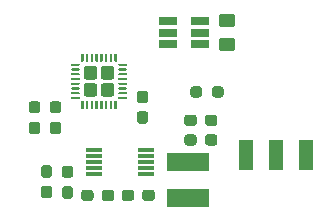
<source format=gbp>
G04 #@! TF.GenerationSoftware,KiCad,Pcbnew,(5.1.10)-1*
G04 #@! TF.CreationDate,2021-09-12T00:39:30-05:00*
G04 #@! TF.ProjectId,wireless_measurement_ard,77697265-6c65-4737-935f-6d6561737572,rev?*
G04 #@! TF.SameCoordinates,Original*
G04 #@! TF.FileFunction,Paste,Bot*
G04 #@! TF.FilePolarity,Positive*
%FSLAX46Y46*%
G04 Gerber Fmt 4.6, Leading zero omitted, Abs format (unit mm)*
G04 Created by KiCad (PCBNEW (5.1.10)-1) date 2021-09-12 00:39:30*
%MOMM*%
%LPD*%
G01*
G04 APERTURE LIST*
%ADD10R,1.400000X0.300000*%
%ADD11R,1.250000X2.500000*%
%ADD12R,1.560000X0.650000*%
%ADD13R,3.600000X1.500000*%
G04 APERTURE END LIST*
D10*
X124374000Y-89503000D03*
X124374000Y-89003000D03*
X124374000Y-88503000D03*
X124374000Y-88003000D03*
X124374000Y-87503000D03*
X119974000Y-87503000D03*
X119974000Y-88003000D03*
X119974000Y-88503000D03*
X119974000Y-89003000D03*
X119974000Y-89503000D03*
G36*
G01*
X123841500Y-84171500D02*
X124316500Y-84171500D01*
G75*
G02*
X124554000Y-84409000I0J-237500D01*
G01*
X124554000Y-85009000D01*
G75*
G02*
X124316500Y-85246500I-237500J0D01*
G01*
X123841500Y-85246500D01*
G75*
G02*
X123604000Y-85009000I0J237500D01*
G01*
X123604000Y-84409000D01*
G75*
G02*
X123841500Y-84171500I237500J0D01*
G01*
G37*
G36*
G01*
X123841500Y-82446500D02*
X124316500Y-82446500D01*
G75*
G02*
X124554000Y-82684000I0J-237500D01*
G01*
X124554000Y-83284000D01*
G75*
G02*
X124316500Y-83521500I-237500J0D01*
G01*
X123841500Y-83521500D01*
G75*
G02*
X123604000Y-83284000I0J237500D01*
G01*
X123604000Y-82684000D01*
G75*
G02*
X123841500Y-82446500I237500J0D01*
G01*
G37*
D11*
X132882000Y-87884000D03*
X135382000Y-87884000D03*
X137882000Y-87884000D03*
G36*
G01*
X121846000Y-84011000D02*
X121746000Y-84011000D01*
G75*
G02*
X121696000Y-83961000I0J50000D01*
G01*
X121696000Y-83361000D01*
G75*
G02*
X121746000Y-83311000I50000J0D01*
G01*
X121846000Y-83311000D01*
G75*
G02*
X121896000Y-83361000I0J-50000D01*
G01*
X121896000Y-83961000D01*
G75*
G02*
X121846000Y-84011000I-50000J0D01*
G01*
G37*
G36*
G01*
X121446000Y-84011000D02*
X121346000Y-84011000D01*
G75*
G02*
X121296000Y-83961000I0J50000D01*
G01*
X121296000Y-83361000D01*
G75*
G02*
X121346000Y-83311000I50000J0D01*
G01*
X121446000Y-83311000D01*
G75*
G02*
X121496000Y-83361000I0J-50000D01*
G01*
X121496000Y-83961000D01*
G75*
G02*
X121446000Y-84011000I-50000J0D01*
G01*
G37*
G36*
G01*
X121046000Y-84011000D02*
X120946000Y-84011000D01*
G75*
G02*
X120896000Y-83961000I0J50000D01*
G01*
X120896000Y-83361000D01*
G75*
G02*
X120946000Y-83311000I50000J0D01*
G01*
X121046000Y-83311000D01*
G75*
G02*
X121096000Y-83361000I0J-50000D01*
G01*
X121096000Y-83961000D01*
G75*
G02*
X121046000Y-84011000I-50000J0D01*
G01*
G37*
G36*
G01*
X120646000Y-84011000D02*
X120546000Y-84011000D01*
G75*
G02*
X120496000Y-83961000I0J50000D01*
G01*
X120496000Y-83361000D01*
G75*
G02*
X120546000Y-83311000I50000J0D01*
G01*
X120646000Y-83311000D01*
G75*
G02*
X120696000Y-83361000I0J-50000D01*
G01*
X120696000Y-83961000D01*
G75*
G02*
X120646000Y-84011000I-50000J0D01*
G01*
G37*
G36*
G01*
X120246000Y-84011000D02*
X120146000Y-84011000D01*
G75*
G02*
X120096000Y-83961000I0J50000D01*
G01*
X120096000Y-83361000D01*
G75*
G02*
X120146000Y-83311000I50000J0D01*
G01*
X120246000Y-83311000D01*
G75*
G02*
X120296000Y-83361000I0J-50000D01*
G01*
X120296000Y-83961000D01*
G75*
G02*
X120246000Y-84011000I-50000J0D01*
G01*
G37*
G36*
G01*
X119846000Y-84011000D02*
X119746000Y-84011000D01*
G75*
G02*
X119696000Y-83961000I0J50000D01*
G01*
X119696000Y-83361000D01*
G75*
G02*
X119746000Y-83311000I50000J0D01*
G01*
X119846000Y-83311000D01*
G75*
G02*
X119896000Y-83361000I0J-50000D01*
G01*
X119896000Y-83961000D01*
G75*
G02*
X119846000Y-84011000I-50000J0D01*
G01*
G37*
G36*
G01*
X119446000Y-84011000D02*
X119346000Y-84011000D01*
G75*
G02*
X119296000Y-83961000I0J50000D01*
G01*
X119296000Y-83361000D01*
G75*
G02*
X119346000Y-83311000I50000J0D01*
G01*
X119446000Y-83311000D01*
G75*
G02*
X119496000Y-83361000I0J-50000D01*
G01*
X119496000Y-83961000D01*
G75*
G02*
X119446000Y-84011000I-50000J0D01*
G01*
G37*
G36*
G01*
X119046000Y-84011000D02*
X118946000Y-84011000D01*
G75*
G02*
X118896000Y-83961000I0J50000D01*
G01*
X118896000Y-83361000D01*
G75*
G02*
X118946000Y-83311000I50000J0D01*
G01*
X119046000Y-83311000D01*
G75*
G02*
X119096000Y-83361000I0J-50000D01*
G01*
X119096000Y-83961000D01*
G75*
G02*
X119046000Y-84011000I-50000J0D01*
G01*
G37*
G36*
G01*
X118696000Y-83161000D02*
X118096000Y-83161000D01*
G75*
G02*
X118046000Y-83111000I0J50000D01*
G01*
X118046000Y-83011000D01*
G75*
G02*
X118096000Y-82961000I50000J0D01*
G01*
X118696000Y-82961000D01*
G75*
G02*
X118746000Y-83011000I0J-50000D01*
G01*
X118746000Y-83111000D01*
G75*
G02*
X118696000Y-83161000I-50000J0D01*
G01*
G37*
G36*
G01*
X118696000Y-82761000D02*
X118096000Y-82761000D01*
G75*
G02*
X118046000Y-82711000I0J50000D01*
G01*
X118046000Y-82611000D01*
G75*
G02*
X118096000Y-82561000I50000J0D01*
G01*
X118696000Y-82561000D01*
G75*
G02*
X118746000Y-82611000I0J-50000D01*
G01*
X118746000Y-82711000D01*
G75*
G02*
X118696000Y-82761000I-50000J0D01*
G01*
G37*
G36*
G01*
X118696000Y-82361000D02*
X118096000Y-82361000D01*
G75*
G02*
X118046000Y-82311000I0J50000D01*
G01*
X118046000Y-82211000D01*
G75*
G02*
X118096000Y-82161000I50000J0D01*
G01*
X118696000Y-82161000D01*
G75*
G02*
X118746000Y-82211000I0J-50000D01*
G01*
X118746000Y-82311000D01*
G75*
G02*
X118696000Y-82361000I-50000J0D01*
G01*
G37*
G36*
G01*
X118696000Y-81961000D02*
X118096000Y-81961000D01*
G75*
G02*
X118046000Y-81911000I0J50000D01*
G01*
X118046000Y-81811000D01*
G75*
G02*
X118096000Y-81761000I50000J0D01*
G01*
X118696000Y-81761000D01*
G75*
G02*
X118746000Y-81811000I0J-50000D01*
G01*
X118746000Y-81911000D01*
G75*
G02*
X118696000Y-81961000I-50000J0D01*
G01*
G37*
G36*
G01*
X118696000Y-81561000D02*
X118096000Y-81561000D01*
G75*
G02*
X118046000Y-81511000I0J50000D01*
G01*
X118046000Y-81411000D01*
G75*
G02*
X118096000Y-81361000I50000J0D01*
G01*
X118696000Y-81361000D01*
G75*
G02*
X118746000Y-81411000I0J-50000D01*
G01*
X118746000Y-81511000D01*
G75*
G02*
X118696000Y-81561000I-50000J0D01*
G01*
G37*
G36*
G01*
X118696000Y-81161000D02*
X118096000Y-81161000D01*
G75*
G02*
X118046000Y-81111000I0J50000D01*
G01*
X118046000Y-81011000D01*
G75*
G02*
X118096000Y-80961000I50000J0D01*
G01*
X118696000Y-80961000D01*
G75*
G02*
X118746000Y-81011000I0J-50000D01*
G01*
X118746000Y-81111000D01*
G75*
G02*
X118696000Y-81161000I-50000J0D01*
G01*
G37*
G36*
G01*
X118696000Y-80761000D02*
X118096000Y-80761000D01*
G75*
G02*
X118046000Y-80711000I0J50000D01*
G01*
X118046000Y-80611000D01*
G75*
G02*
X118096000Y-80561000I50000J0D01*
G01*
X118696000Y-80561000D01*
G75*
G02*
X118746000Y-80611000I0J-50000D01*
G01*
X118746000Y-80711000D01*
G75*
G02*
X118696000Y-80761000I-50000J0D01*
G01*
G37*
G36*
G01*
X118696000Y-80361000D02*
X118096000Y-80361000D01*
G75*
G02*
X118046000Y-80311000I0J50000D01*
G01*
X118046000Y-80211000D01*
G75*
G02*
X118096000Y-80161000I50000J0D01*
G01*
X118696000Y-80161000D01*
G75*
G02*
X118746000Y-80211000I0J-50000D01*
G01*
X118746000Y-80311000D01*
G75*
G02*
X118696000Y-80361000I-50000J0D01*
G01*
G37*
G36*
G01*
X119046000Y-80011000D02*
X118946000Y-80011000D01*
G75*
G02*
X118896000Y-79961000I0J50000D01*
G01*
X118896000Y-79361000D01*
G75*
G02*
X118946000Y-79311000I50000J0D01*
G01*
X119046000Y-79311000D01*
G75*
G02*
X119096000Y-79361000I0J-50000D01*
G01*
X119096000Y-79961000D01*
G75*
G02*
X119046000Y-80011000I-50000J0D01*
G01*
G37*
G36*
G01*
X119446000Y-80011000D02*
X119346000Y-80011000D01*
G75*
G02*
X119296000Y-79961000I0J50000D01*
G01*
X119296000Y-79361000D01*
G75*
G02*
X119346000Y-79311000I50000J0D01*
G01*
X119446000Y-79311000D01*
G75*
G02*
X119496000Y-79361000I0J-50000D01*
G01*
X119496000Y-79961000D01*
G75*
G02*
X119446000Y-80011000I-50000J0D01*
G01*
G37*
G36*
G01*
X119846000Y-80011000D02*
X119746000Y-80011000D01*
G75*
G02*
X119696000Y-79961000I0J50000D01*
G01*
X119696000Y-79361000D01*
G75*
G02*
X119746000Y-79311000I50000J0D01*
G01*
X119846000Y-79311000D01*
G75*
G02*
X119896000Y-79361000I0J-50000D01*
G01*
X119896000Y-79961000D01*
G75*
G02*
X119846000Y-80011000I-50000J0D01*
G01*
G37*
G36*
G01*
X120246000Y-80011000D02*
X120146000Y-80011000D01*
G75*
G02*
X120096000Y-79961000I0J50000D01*
G01*
X120096000Y-79361000D01*
G75*
G02*
X120146000Y-79311000I50000J0D01*
G01*
X120246000Y-79311000D01*
G75*
G02*
X120296000Y-79361000I0J-50000D01*
G01*
X120296000Y-79961000D01*
G75*
G02*
X120246000Y-80011000I-50000J0D01*
G01*
G37*
G36*
G01*
X120646000Y-80011000D02*
X120546000Y-80011000D01*
G75*
G02*
X120496000Y-79961000I0J50000D01*
G01*
X120496000Y-79361000D01*
G75*
G02*
X120546000Y-79311000I50000J0D01*
G01*
X120646000Y-79311000D01*
G75*
G02*
X120696000Y-79361000I0J-50000D01*
G01*
X120696000Y-79961000D01*
G75*
G02*
X120646000Y-80011000I-50000J0D01*
G01*
G37*
G36*
G01*
X121046000Y-80011000D02*
X120946000Y-80011000D01*
G75*
G02*
X120896000Y-79961000I0J50000D01*
G01*
X120896000Y-79361000D01*
G75*
G02*
X120946000Y-79311000I50000J0D01*
G01*
X121046000Y-79311000D01*
G75*
G02*
X121096000Y-79361000I0J-50000D01*
G01*
X121096000Y-79961000D01*
G75*
G02*
X121046000Y-80011000I-50000J0D01*
G01*
G37*
G36*
G01*
X121446000Y-80011000D02*
X121346000Y-80011000D01*
G75*
G02*
X121296000Y-79961000I0J50000D01*
G01*
X121296000Y-79361000D01*
G75*
G02*
X121346000Y-79311000I50000J0D01*
G01*
X121446000Y-79311000D01*
G75*
G02*
X121496000Y-79361000I0J-50000D01*
G01*
X121496000Y-79961000D01*
G75*
G02*
X121446000Y-80011000I-50000J0D01*
G01*
G37*
G36*
G01*
X121846000Y-80011000D02*
X121746000Y-80011000D01*
G75*
G02*
X121696000Y-79961000I0J50000D01*
G01*
X121696000Y-79361000D01*
G75*
G02*
X121746000Y-79311000I50000J0D01*
G01*
X121846000Y-79311000D01*
G75*
G02*
X121896000Y-79361000I0J-50000D01*
G01*
X121896000Y-79961000D01*
G75*
G02*
X121846000Y-80011000I-50000J0D01*
G01*
G37*
G36*
G01*
X122696000Y-80361000D02*
X122096000Y-80361000D01*
G75*
G02*
X122046000Y-80311000I0J50000D01*
G01*
X122046000Y-80211000D01*
G75*
G02*
X122096000Y-80161000I50000J0D01*
G01*
X122696000Y-80161000D01*
G75*
G02*
X122746000Y-80211000I0J-50000D01*
G01*
X122746000Y-80311000D01*
G75*
G02*
X122696000Y-80361000I-50000J0D01*
G01*
G37*
G36*
G01*
X122696000Y-80761000D02*
X122096000Y-80761000D01*
G75*
G02*
X122046000Y-80711000I0J50000D01*
G01*
X122046000Y-80611000D01*
G75*
G02*
X122096000Y-80561000I50000J0D01*
G01*
X122696000Y-80561000D01*
G75*
G02*
X122746000Y-80611000I0J-50000D01*
G01*
X122746000Y-80711000D01*
G75*
G02*
X122696000Y-80761000I-50000J0D01*
G01*
G37*
G36*
G01*
X122696000Y-81161000D02*
X122096000Y-81161000D01*
G75*
G02*
X122046000Y-81111000I0J50000D01*
G01*
X122046000Y-81011000D01*
G75*
G02*
X122096000Y-80961000I50000J0D01*
G01*
X122696000Y-80961000D01*
G75*
G02*
X122746000Y-81011000I0J-50000D01*
G01*
X122746000Y-81111000D01*
G75*
G02*
X122696000Y-81161000I-50000J0D01*
G01*
G37*
G36*
G01*
X122696000Y-81561000D02*
X122096000Y-81561000D01*
G75*
G02*
X122046000Y-81511000I0J50000D01*
G01*
X122046000Y-81411000D01*
G75*
G02*
X122096000Y-81361000I50000J0D01*
G01*
X122696000Y-81361000D01*
G75*
G02*
X122746000Y-81411000I0J-50000D01*
G01*
X122746000Y-81511000D01*
G75*
G02*
X122696000Y-81561000I-50000J0D01*
G01*
G37*
G36*
G01*
X122696000Y-81961000D02*
X122096000Y-81961000D01*
G75*
G02*
X122046000Y-81911000I0J50000D01*
G01*
X122046000Y-81811000D01*
G75*
G02*
X122096000Y-81761000I50000J0D01*
G01*
X122696000Y-81761000D01*
G75*
G02*
X122746000Y-81811000I0J-50000D01*
G01*
X122746000Y-81911000D01*
G75*
G02*
X122696000Y-81961000I-50000J0D01*
G01*
G37*
G36*
G01*
X122696000Y-82361000D02*
X122096000Y-82361000D01*
G75*
G02*
X122046000Y-82311000I0J50000D01*
G01*
X122046000Y-82211000D01*
G75*
G02*
X122096000Y-82161000I50000J0D01*
G01*
X122696000Y-82161000D01*
G75*
G02*
X122746000Y-82211000I0J-50000D01*
G01*
X122746000Y-82311000D01*
G75*
G02*
X122696000Y-82361000I-50000J0D01*
G01*
G37*
G36*
G01*
X122696000Y-82761000D02*
X122096000Y-82761000D01*
G75*
G02*
X122046000Y-82711000I0J50000D01*
G01*
X122046000Y-82611000D01*
G75*
G02*
X122096000Y-82561000I50000J0D01*
G01*
X122696000Y-82561000D01*
G75*
G02*
X122746000Y-82611000I0J-50000D01*
G01*
X122746000Y-82711000D01*
G75*
G02*
X122696000Y-82761000I-50000J0D01*
G01*
G37*
G36*
G01*
X122696000Y-83161000D02*
X122096000Y-83161000D01*
G75*
G02*
X122046000Y-83111000I0J50000D01*
G01*
X122046000Y-83011000D01*
G75*
G02*
X122096000Y-82961000I50000J0D01*
G01*
X122696000Y-82961000D01*
G75*
G02*
X122746000Y-83011000I0J-50000D01*
G01*
X122746000Y-83111000D01*
G75*
G02*
X122696000Y-83161000I-50000J0D01*
G01*
G37*
G36*
G01*
X121456001Y-82971000D02*
X120785999Y-82971000D01*
G75*
G02*
X120536000Y-82721001I0J249999D01*
G01*
X120536000Y-82050999D01*
G75*
G02*
X120785999Y-81801000I249999J0D01*
G01*
X121456001Y-81801000D01*
G75*
G02*
X121706000Y-82050999I0J-249999D01*
G01*
X121706000Y-82721001D01*
G75*
G02*
X121456001Y-82971000I-249999J0D01*
G01*
G37*
G36*
G01*
X120006001Y-82971000D02*
X119335999Y-82971000D01*
G75*
G02*
X119086000Y-82721001I0J249999D01*
G01*
X119086000Y-82050999D01*
G75*
G02*
X119335999Y-81801000I249999J0D01*
G01*
X120006001Y-81801000D01*
G75*
G02*
X120256000Y-82050999I0J-249999D01*
G01*
X120256000Y-82721001D01*
G75*
G02*
X120006001Y-82971000I-249999J0D01*
G01*
G37*
G36*
G01*
X121456001Y-81521000D02*
X120785999Y-81521000D01*
G75*
G02*
X120536000Y-81271001I0J249999D01*
G01*
X120536000Y-80600999D01*
G75*
G02*
X120785999Y-80351000I249999J0D01*
G01*
X121456001Y-80351000D01*
G75*
G02*
X121706000Y-80600999I0J-249999D01*
G01*
X121706000Y-81271001D01*
G75*
G02*
X121456001Y-81521000I-249999J0D01*
G01*
G37*
G36*
G01*
X120006001Y-81521000D02*
X119335999Y-81521000D01*
G75*
G02*
X119086000Y-81271001I0J249999D01*
G01*
X119086000Y-80600999D01*
G75*
G02*
X119335999Y-80351000I249999J0D01*
G01*
X120006001Y-80351000D01*
G75*
G02*
X120256000Y-80600999I0J-249999D01*
G01*
X120256000Y-81271001D01*
G75*
G02*
X120006001Y-81521000I-249999J0D01*
G01*
G37*
D12*
X126238000Y-77531000D03*
X126238000Y-76581000D03*
X126238000Y-78481000D03*
X128938000Y-78481000D03*
X128938000Y-77531000D03*
X128938000Y-76581000D03*
D13*
X127889000Y-88517000D03*
X127889000Y-91567000D03*
G36*
G01*
X129965000Y-82787500D02*
X129965000Y-82312500D01*
G75*
G02*
X130202500Y-82075000I237500J0D01*
G01*
X130702500Y-82075000D01*
G75*
G02*
X130940000Y-82312500I0J-237500D01*
G01*
X130940000Y-82787500D01*
G75*
G02*
X130702500Y-83025000I-237500J0D01*
G01*
X130202500Y-83025000D01*
G75*
G02*
X129965000Y-82787500I0J237500D01*
G01*
G37*
G36*
G01*
X128140000Y-82787500D02*
X128140000Y-82312500D01*
G75*
G02*
X128377500Y-82075000I237500J0D01*
G01*
X128877500Y-82075000D01*
G75*
G02*
X129115000Y-82312500I0J-237500D01*
G01*
X129115000Y-82787500D01*
G75*
G02*
X128877500Y-83025000I-237500J0D01*
G01*
X128377500Y-83025000D01*
G75*
G02*
X128140000Y-82787500I0J237500D01*
G01*
G37*
G36*
G01*
X116950500Y-84373000D02*
X116475500Y-84373000D01*
G75*
G02*
X116238000Y-84135500I0J237500D01*
G01*
X116238000Y-83560500D01*
G75*
G02*
X116475500Y-83323000I237500J0D01*
G01*
X116950500Y-83323000D01*
G75*
G02*
X117188000Y-83560500I0J-237500D01*
G01*
X117188000Y-84135500D01*
G75*
G02*
X116950500Y-84373000I-237500J0D01*
G01*
G37*
G36*
G01*
X116950500Y-86123000D02*
X116475500Y-86123000D01*
G75*
G02*
X116238000Y-85885500I0J237500D01*
G01*
X116238000Y-85310500D01*
G75*
G02*
X116475500Y-85073000I237500J0D01*
G01*
X116950500Y-85073000D01*
G75*
G02*
X117188000Y-85310500I0J-237500D01*
G01*
X117188000Y-85885500D01*
G75*
G02*
X116950500Y-86123000I-237500J0D01*
G01*
G37*
G36*
G01*
X115172500Y-84373000D02*
X114697500Y-84373000D01*
G75*
G02*
X114460000Y-84135500I0J237500D01*
G01*
X114460000Y-83560500D01*
G75*
G02*
X114697500Y-83323000I237500J0D01*
G01*
X115172500Y-83323000D01*
G75*
G02*
X115410000Y-83560500I0J-237500D01*
G01*
X115410000Y-84135500D01*
G75*
G02*
X115172500Y-84373000I-237500J0D01*
G01*
G37*
G36*
G01*
X115172500Y-86123000D02*
X114697500Y-86123000D01*
G75*
G02*
X114460000Y-85885500I0J237500D01*
G01*
X114460000Y-85310500D01*
G75*
G02*
X114697500Y-85073000I237500J0D01*
G01*
X115172500Y-85073000D01*
G75*
G02*
X115410000Y-85310500I0J-237500D01*
G01*
X115410000Y-85885500D01*
G75*
G02*
X115172500Y-86123000I-237500J0D01*
G01*
G37*
G36*
G01*
X115713500Y-90506000D02*
X116188500Y-90506000D01*
G75*
G02*
X116426000Y-90743500I0J-237500D01*
G01*
X116426000Y-91318500D01*
G75*
G02*
X116188500Y-91556000I-237500J0D01*
G01*
X115713500Y-91556000D01*
G75*
G02*
X115476000Y-91318500I0J237500D01*
G01*
X115476000Y-90743500D01*
G75*
G02*
X115713500Y-90506000I237500J0D01*
G01*
G37*
G36*
G01*
X115713500Y-88756000D02*
X116188500Y-88756000D01*
G75*
G02*
X116426000Y-88993500I0J-237500D01*
G01*
X116426000Y-89568500D01*
G75*
G02*
X116188500Y-89806000I-237500J0D01*
G01*
X115713500Y-89806000D01*
G75*
G02*
X115476000Y-89568500I0J237500D01*
G01*
X115476000Y-88993500D01*
G75*
G02*
X115713500Y-88756000I237500J0D01*
G01*
G37*
G36*
G01*
X117966500Y-89834000D02*
X117491500Y-89834000D01*
G75*
G02*
X117254000Y-89596500I0J237500D01*
G01*
X117254000Y-89021500D01*
G75*
G02*
X117491500Y-88784000I237500J0D01*
G01*
X117966500Y-88784000D01*
G75*
G02*
X118204000Y-89021500I0J-237500D01*
G01*
X118204000Y-89596500D01*
G75*
G02*
X117966500Y-89834000I-237500J0D01*
G01*
G37*
G36*
G01*
X117966500Y-91584000D02*
X117491500Y-91584000D01*
G75*
G02*
X117254000Y-91346500I0J237500D01*
G01*
X117254000Y-90771500D01*
G75*
G02*
X117491500Y-90534000I237500J0D01*
G01*
X117966500Y-90534000D01*
G75*
G02*
X118204000Y-90771500I0J-237500D01*
G01*
X118204000Y-91346500D01*
G75*
G02*
X117966500Y-91584000I-237500J0D01*
G01*
G37*
G36*
G01*
X123362000Y-91075500D02*
X123362000Y-91550500D01*
G75*
G02*
X123124500Y-91788000I-237500J0D01*
G01*
X122549500Y-91788000D01*
G75*
G02*
X122312000Y-91550500I0J237500D01*
G01*
X122312000Y-91075500D01*
G75*
G02*
X122549500Y-90838000I237500J0D01*
G01*
X123124500Y-90838000D01*
G75*
G02*
X123362000Y-91075500I0J-237500D01*
G01*
G37*
G36*
G01*
X125112000Y-91075500D02*
X125112000Y-91550500D01*
G75*
G02*
X124874500Y-91788000I-237500J0D01*
G01*
X124299500Y-91788000D01*
G75*
G02*
X124062000Y-91550500I0J237500D01*
G01*
X124062000Y-91075500D01*
G75*
G02*
X124299500Y-90838000I237500J0D01*
G01*
X124874500Y-90838000D01*
G75*
G02*
X125112000Y-91075500I0J-237500D01*
G01*
G37*
G36*
G01*
X129368000Y-85200500D02*
X129368000Y-84725500D01*
G75*
G02*
X129605500Y-84488000I237500J0D01*
G01*
X130180500Y-84488000D01*
G75*
G02*
X130418000Y-84725500I0J-237500D01*
G01*
X130418000Y-85200500D01*
G75*
G02*
X130180500Y-85438000I-237500J0D01*
G01*
X129605500Y-85438000D01*
G75*
G02*
X129368000Y-85200500I0J237500D01*
G01*
G37*
G36*
G01*
X127618000Y-85200500D02*
X127618000Y-84725500D01*
G75*
G02*
X127855500Y-84488000I237500J0D01*
G01*
X128430500Y-84488000D01*
G75*
G02*
X128668000Y-84725500I0J-237500D01*
G01*
X128668000Y-85200500D01*
G75*
G02*
X128430500Y-85438000I-237500J0D01*
G01*
X127855500Y-85438000D01*
G75*
G02*
X127618000Y-85200500I0J237500D01*
G01*
G37*
G36*
G01*
X119933000Y-91075500D02*
X119933000Y-91550500D01*
G75*
G02*
X119695500Y-91788000I-237500J0D01*
G01*
X119120500Y-91788000D01*
G75*
G02*
X118883000Y-91550500I0J237500D01*
G01*
X118883000Y-91075500D01*
G75*
G02*
X119120500Y-90838000I237500J0D01*
G01*
X119695500Y-90838000D01*
G75*
G02*
X119933000Y-91075500I0J-237500D01*
G01*
G37*
G36*
G01*
X121683000Y-91075500D02*
X121683000Y-91550500D01*
G75*
G02*
X121445500Y-91788000I-237500J0D01*
G01*
X120870500Y-91788000D01*
G75*
G02*
X120633000Y-91550500I0J237500D01*
G01*
X120633000Y-91075500D01*
G75*
G02*
X120870500Y-90838000I237500J0D01*
G01*
X121445500Y-90838000D01*
G75*
G02*
X121683000Y-91075500I0J-237500D01*
G01*
G37*
G36*
G01*
X129368000Y-86851500D02*
X129368000Y-86376500D01*
G75*
G02*
X129605500Y-86139000I237500J0D01*
G01*
X130180500Y-86139000D01*
G75*
G02*
X130418000Y-86376500I0J-237500D01*
G01*
X130418000Y-86851500D01*
G75*
G02*
X130180500Y-87089000I-237500J0D01*
G01*
X129605500Y-87089000D01*
G75*
G02*
X129368000Y-86851500I0J237500D01*
G01*
G37*
G36*
G01*
X127618000Y-86851500D02*
X127618000Y-86376500D01*
G75*
G02*
X127855500Y-86139000I237500J0D01*
G01*
X128430500Y-86139000D01*
G75*
G02*
X128668000Y-86376500I0J-237500D01*
G01*
X128668000Y-86851500D01*
G75*
G02*
X128430500Y-87089000I-237500J0D01*
G01*
X127855500Y-87089000D01*
G75*
G02*
X127618000Y-86851500I0J237500D01*
G01*
G37*
G36*
G01*
X131679101Y-77074500D02*
X130779099Y-77074500D01*
G75*
G02*
X130529100Y-76824501I0J249999D01*
G01*
X130529100Y-76174499D01*
G75*
G02*
X130779099Y-75924500I249999J0D01*
G01*
X131679101Y-75924500D01*
G75*
G02*
X131929100Y-76174499I0J-249999D01*
G01*
X131929100Y-76824501D01*
G75*
G02*
X131679101Y-77074500I-249999J0D01*
G01*
G37*
G36*
G01*
X131679101Y-79124500D02*
X130779099Y-79124500D01*
G75*
G02*
X130529100Y-78874501I0J249999D01*
G01*
X130529100Y-78224499D01*
G75*
G02*
X130779099Y-77974500I249999J0D01*
G01*
X131679101Y-77974500D01*
G75*
G02*
X131929100Y-78224499I0J-249999D01*
G01*
X131929100Y-78874501D01*
G75*
G02*
X131679101Y-79124500I-249999J0D01*
G01*
G37*
M02*

</source>
